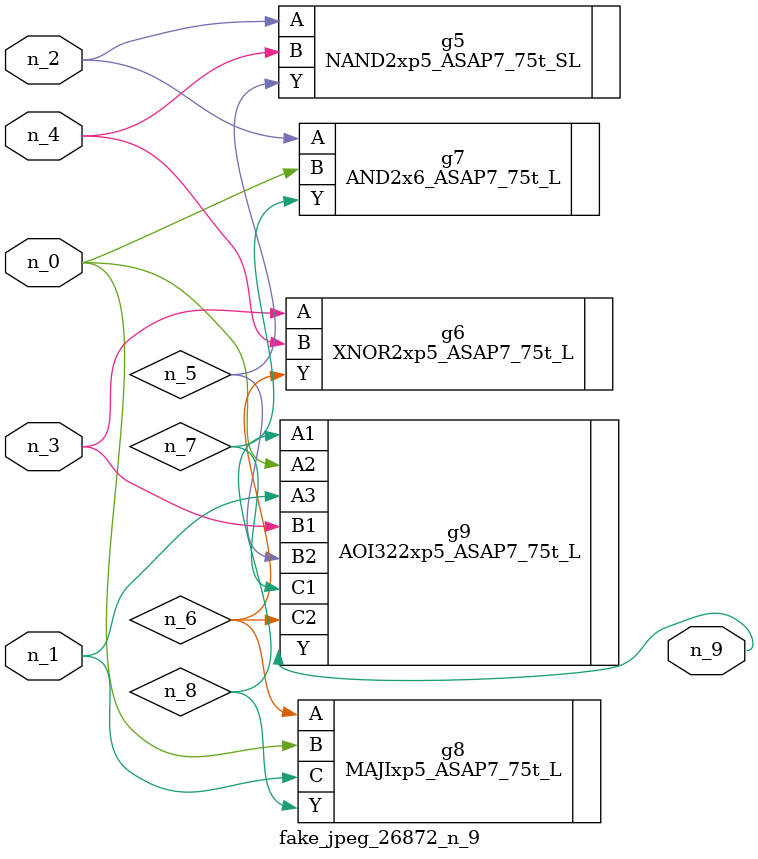
<source format=v>
module fake_jpeg_26872_n_9 (n_3, n_2, n_1, n_0, n_4, n_9);

input n_3;
input n_2;
input n_1;
input n_0;
input n_4;

output n_9;

wire n_8;
wire n_6;
wire n_5;
wire n_7;

NAND2xp5_ASAP7_75t_SL g5 ( 
.A(n_2),
.B(n_4),
.Y(n_5)
);

XNOR2xp5_ASAP7_75t_L g6 ( 
.A(n_3),
.B(n_4),
.Y(n_6)
);

AND2x6_ASAP7_75t_L g7 ( 
.A(n_2),
.B(n_0),
.Y(n_7)
);

MAJIxp5_ASAP7_75t_L g8 ( 
.A(n_6),
.B(n_0),
.C(n_1),
.Y(n_8)
);

AOI322xp5_ASAP7_75t_L g9 ( 
.A1(n_8),
.A2(n_0),
.A3(n_1),
.B1(n_3),
.B2(n_5),
.C1(n_7),
.C2(n_6),
.Y(n_9)
);


endmodule
</source>
